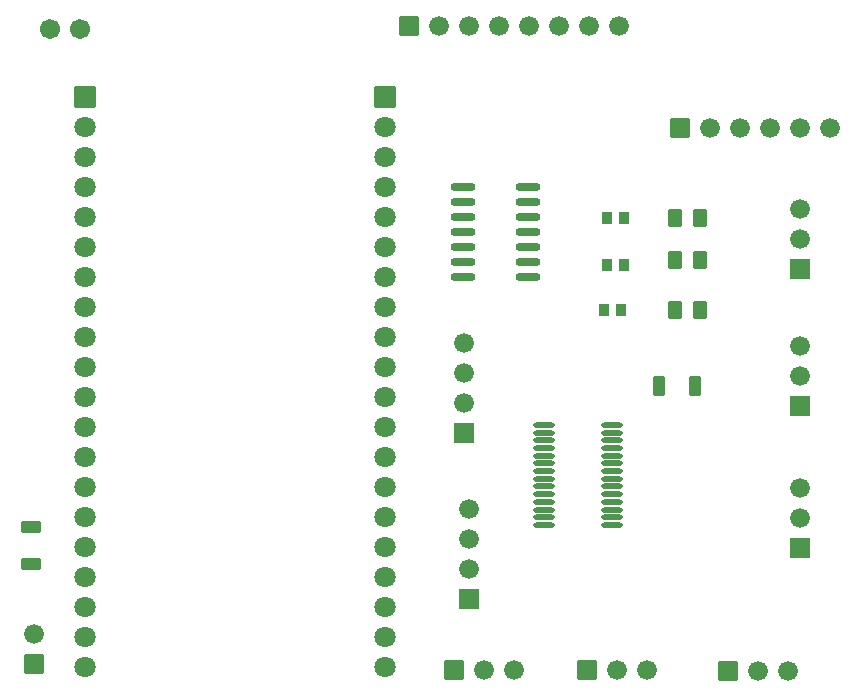
<source format=gts>
G04 Layer: TopSolderMaskLayer*
G04 EasyEDA v6.5.22, 2022-12-01 15:05:32*
G04 f9cf6ae4047b4148b17f980a7d3d99a3,3377a35bda5640eaacad09db658d017c,10*
G04 Gerber Generator version 0.2*
G04 Scale: 100 percent, Rotated: No, Reflected: No *
G04 Dimensions in inches *
G04 leading zeros omitted , absolute positions ,3 integer and 6 decimal *
%FSLAX36Y36*%
%MOIN*%

%AMMACRO1*1,1,$1,$2,$3*1,1,$1,$4,$5*1,1,$1,0-$2,0-$3*1,1,$1,0-$4,0-$5*20,1,$1,$2,$3,$4,$5,0*20,1,$1,$4,$5,0-$2,0-$3,0*20,1,$1,0-$2,0-$3,0-$4,0-$5,0*20,1,$1,0-$4,0-$5,$2,$3,0*4,1,4,$2,$3,$4,$5,0-$2,0-$3,0-$4,0-$5,$2,$3,0*%
%ADD10MACRO1,0.004X-0.0177X0.0315X0.0177X0.0315*%
%ADD11MACRO1,0.004X-0.031X0.031X0.031X0.031*%
%ADD12C,0.0660*%
%ADD13R,0.0660X0.0660*%
%ADD14MACRO1,0.004X-0.0159X-0.017X-0.0159X0.017*%
%ADD15MACRO1,0.004X0.0159X-0.017X0.0159X0.017*%
%ADD16O,0.084236X0.026597999999999997*%
%ADD17O,0.07216900000000001X0.017504*%
%ADD18MACRO1,0.004X0.0315X0.0177X0.0315X-0.0177*%
%ADD19C,0.0670*%
%ADD20MACRO1,0.004X0.0197X-0.0276X-0.0197X-0.0276*%
%ADD21C,0.0709*%
%ADD22MACRO1,0.004X0.0335X-0.0335X-0.0335X-0.0335*%

%LPD*%
D10*
G01*
X2478976Y755000D03*
G01*
X2601023Y755000D03*
D11*
G01*
X1795000Y-190000D03*
D12*
G01*
X1895000Y-190000D03*
G01*
X1995000Y-190000D03*
D11*
G01*
X2240000Y-190000D03*
D12*
G01*
X2340000Y-190000D03*
G01*
X2440000Y-190000D03*
D11*
G01*
X2710000Y-195000D03*
D12*
G01*
X2810000Y-195000D03*
G01*
X2910000Y-195000D03*
D13*
G01*
X2950000Y215000D03*
D12*
G01*
X2950000Y315000D03*
G01*
X2950000Y415000D03*
D13*
G01*
X2950000Y690000D03*
D12*
G01*
X2950000Y790000D03*
G01*
X2950000Y890000D03*
D13*
G01*
X2950000Y1145000D03*
D12*
G01*
X2950000Y1245000D03*
G01*
X2950000Y1345000D03*
D14*
G01*
X2354655Y1010000D03*
D15*
G01*
X2295344Y1010000D03*
D14*
G01*
X2364655Y1160000D03*
D15*
G01*
X2305344Y1160000D03*
D14*
G01*
X2364655Y1315000D03*
D15*
G01*
X2305344Y1315000D03*
D16*
G01*
X1825979Y1420000D03*
G01*
X1825979Y1370000D03*
G01*
X1825979Y1320000D03*
G01*
X1825979Y1270000D03*
G01*
X1825979Y1220000D03*
G01*
X1825979Y1170000D03*
G01*
X1825979Y1120000D03*
G01*
X2044020Y1420000D03*
G01*
X2044020Y1370000D03*
G01*
X2044020Y1320000D03*
G01*
X2044020Y1270000D03*
G01*
X2044020Y1220000D03*
G01*
X2044020Y1170000D03*
G01*
X2044020Y1120000D03*
D17*
G01*
X2322830Y293659D03*
G01*
X2322830Y319250D03*
G01*
X2322830Y344839D03*
G01*
X2322830Y370430D03*
G01*
X2322830Y396019D03*
G01*
X2322830Y421610D03*
G01*
X2322830Y447210D03*
G01*
X2322830Y472800D03*
G01*
X2322830Y498389D03*
G01*
X2322830Y523980D03*
G01*
X2322830Y549569D03*
G01*
X2322830Y575160D03*
G01*
X2322830Y600749D03*
G01*
X2322830Y626340D03*
G01*
X2097179Y293659D03*
G01*
X2097179Y319250D03*
G01*
X2097179Y344839D03*
G01*
X2097179Y370430D03*
G01*
X2097179Y396019D03*
G01*
X2097179Y421610D03*
G01*
X2097179Y447210D03*
G01*
X2097179Y472800D03*
G01*
X2097179Y498389D03*
G01*
X2097179Y523980D03*
G01*
X2097179Y549569D03*
G01*
X2097179Y575160D03*
G01*
X2097179Y600749D03*
G01*
X2097179Y626340D03*
D18*
G01*
X385000Y286023D03*
G01*
X385000Y163976D03*
D13*
G01*
X1830000Y600000D03*
D12*
G01*
X1830000Y700000D03*
G01*
X1830000Y800000D03*
G01*
X1830000Y900000D03*
D13*
G01*
X1845000Y45000D03*
D12*
G01*
X1845000Y145000D03*
G01*
X1845000Y245000D03*
G01*
X1845000Y345000D03*
D19*
G01*
X450000Y1945000D03*
G01*
X550000Y1945000D03*
D20*
G01*
X2616350Y1010000D03*
G01*
X2533649Y1010000D03*
G01*
X2616350Y1175000D03*
G01*
X2533649Y1175000D03*
G01*
X2616350Y1315000D03*
G01*
X2533649Y1315000D03*
D12*
G01*
X3050000Y1615000D03*
G01*
X2950000Y1615000D03*
G01*
X2850000Y1615000D03*
G01*
X2750000Y1615000D03*
G01*
X2650000Y1615000D03*
D11*
G01*
X2550000Y1615000D03*
G01*
X395000Y-170000D03*
D12*
G01*
X395000Y-70000D03*
D11*
G01*
X1645000Y1955000D03*
D12*
G01*
X1745000Y1955000D03*
G01*
X1845000Y1955000D03*
G01*
X1945000Y1955000D03*
G01*
X2045000Y1955000D03*
G01*
X2145000Y1955000D03*
G01*
X2245000Y1955000D03*
G01*
X2345000Y1955000D03*
D21*
G01*
X1565000Y1620000D03*
G01*
X1565000Y1520000D03*
G01*
X1565000Y1420000D03*
G01*
X1565000Y1320000D03*
G01*
X1565000Y1220000D03*
G01*
X1565000Y1120000D03*
G01*
X1565000Y1020000D03*
G01*
X1565000Y920000D03*
G01*
X1565000Y820000D03*
G01*
X1565000Y720000D03*
G01*
X1565000Y620000D03*
G01*
X1565000Y520000D03*
G01*
X1565000Y420000D03*
G01*
X1565000Y320000D03*
G01*
X1565000Y220000D03*
G01*
X565000Y1520000D03*
G01*
X565000Y1420000D03*
G01*
X565000Y1320000D03*
G01*
X565000Y1220000D03*
G01*
X565000Y1120000D03*
G01*
X565000Y1020000D03*
G01*
X565000Y920000D03*
G01*
X565000Y820000D03*
G01*
X565000Y720000D03*
G01*
X565000Y620000D03*
G01*
X565000Y520000D03*
G01*
X565000Y420000D03*
G01*
X565000Y320000D03*
G01*
X565000Y220000D03*
G01*
X565000Y1620000D03*
G01*
X1565000Y120000D03*
G01*
X1565000Y20000D03*
D22*
G01*
X1564994Y1719994D03*
G01*
X564994Y1719994D03*
D21*
G01*
X565000Y120000D03*
G01*
X565000Y20000D03*
G01*
X1565000Y-80000D03*
G01*
X565000Y-80000D03*
G01*
X565000Y-180000D03*
G01*
X1565000Y-180000D03*
M02*

</source>
